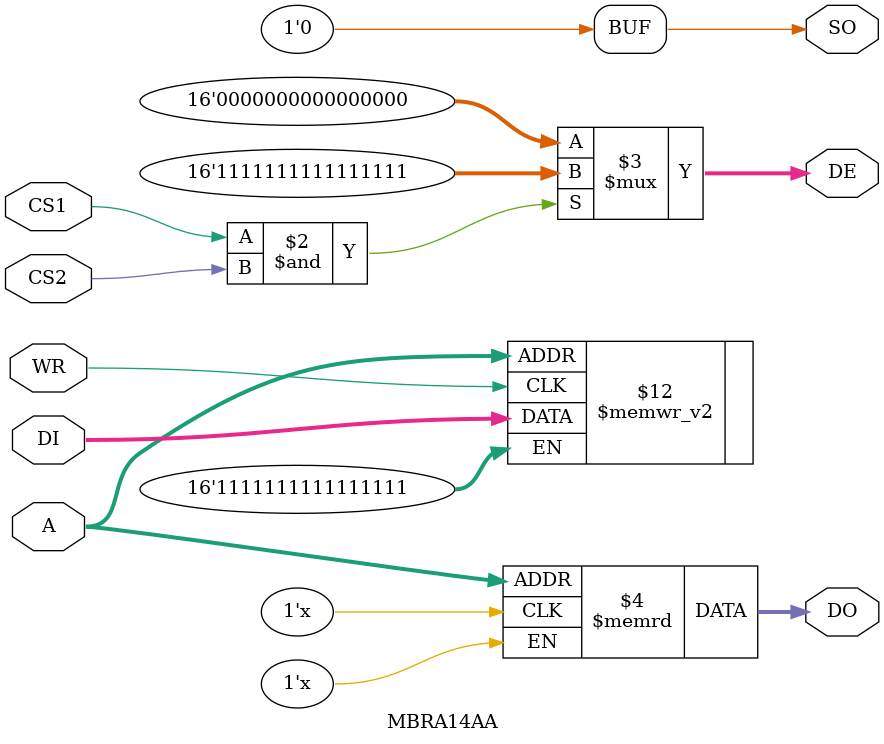
<source format=sv>

module MBRA14AA
(
    input WR,
    input CS1,
    input CS2,
    input [15:0] DI,
    input [7:0] A,
    output SO,
    output [15:0] DO,
    output [15:0] DE
);

// Force initial palette to black to prevent mad flickering before loading first rom
(* ram_init_file = "rtl/pal.mif" *) reg [15:0] mem [255:0];

assign SO = 1'b0;
assign DE = CS1 & CS2 ? 16'b1111111111111111 : 16'b0000000000000000;
assign DO = mem[A];

//initial begin
//  $readmemh("../pal.mem", mem);
//end

always @(posedge WR) begin
    mem[A] <= DI;
end

endmodule

</source>
